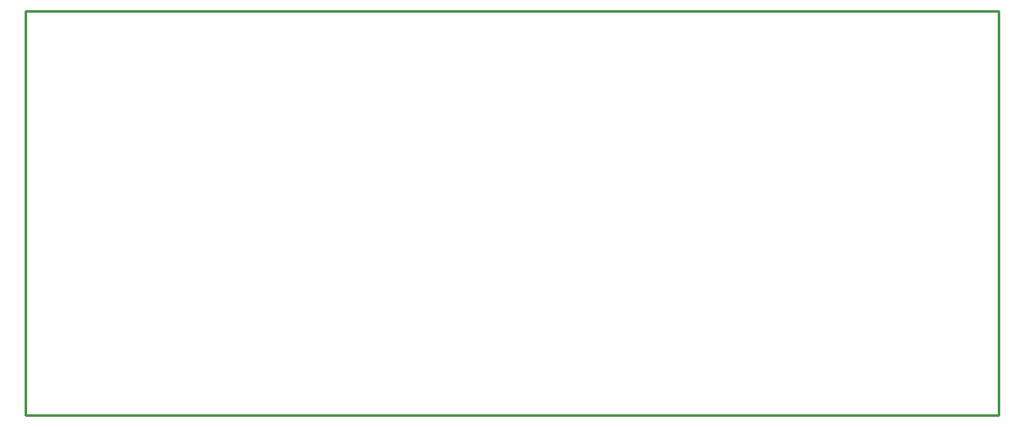
<source format=gko>
G04 Layer: BoardOutline*
G04 EasyEDA v6.3.43, 2020-05-26T13:53:52+10:00*
G04 dfe334f236054c1482959114e70a1c8d,8629367194b24dd88a5c18b2f13758b0,10*
G04 Gerber Generator version 0.2*
G04 Scale: 100 percent, Rotated: No, Reflected: No *
G04 Dimensions in millimeters *
G04 leading zeros omitted , absolute positions ,3 integer and 3 decimal *
%FSLAX33Y33*%
%MOMM*%
G90*
G71D02*

%ADD10C,0.254000*%
G54D10*
G01X97155Y40386D02*
G01X0Y40386D01*
G01X97155Y0D02*
G01X0Y0D01*
G01X0Y40386D02*
G01X0Y0D01*
G01X97155Y40386D02*
G01X97155Y0D01*

%LPD*%
M00*
M02*

</source>
